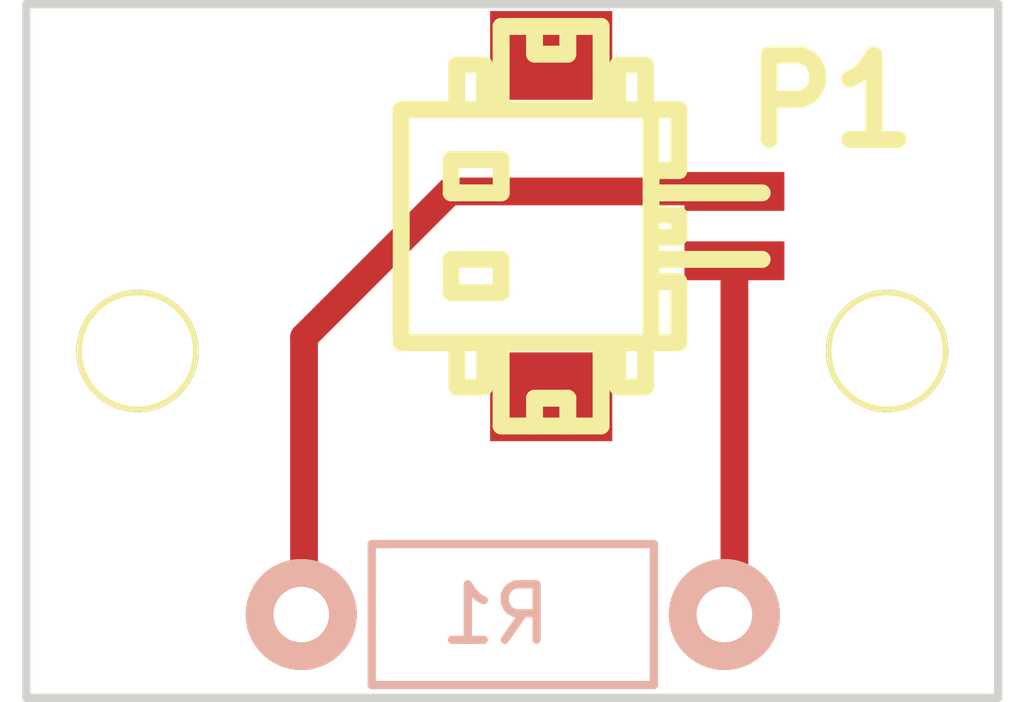
<source format=kicad_pcb>
(kicad_pcb (version 4) (host pcbnew 4.0.2-stable)

  (general
    (links 2)
    (no_connects 0)
    (area 152.924999 90.424999 170.575001 103.075001)
    (thickness 1.6)
    (drawings 4)
    (tracks 6)
    (zones 0)
    (modules 4)
    (nets 3)
  )

  (page A4)
  (layers
    (0 F.Cu signal)
    (31 B.Cu signal)
    (32 B.Adhes user)
    (33 F.Adhes user)
    (34 B.Paste user)
    (35 F.Paste user)
    (36 B.SilkS user)
    (37 F.SilkS user)
    (38 B.Mask user)
    (39 F.Mask user)
    (40 Dwgs.User user)
    (41 Cmts.User user hide)
    (42 Eco1.User user)
    (43 Eco2.User user)
    (44 Edge.Cuts user)
    (45 Margin user)
    (46 B.CrtYd user)
    (47 F.CrtYd user)
    (48 B.Fab user)
    (49 F.Fab user)
  )

  (setup
    (last_trace_width 0.4)
    (trace_clearance 0.2)
    (zone_clearance 0.508)
    (zone_45_only no)
    (trace_min 0.2)
    (segment_width 0.2)
    (edge_width 0.15)
    (via_size 0.6)
    (via_drill 0.4)
    (via_min_size 0.4)
    (via_min_drill 0.3)
    (uvia_size 0.3)
    (uvia_drill 0.1)
    (uvias_allowed no)
    (uvia_min_size 0.2)
    (uvia_min_drill 0.1)
    (pcb_text_width 0.3)
    (pcb_text_size 1.5 1.5)
    (mod_edge_width 0.15)
    (mod_text_size 1 1)
    (mod_text_width 0.15)
    (pad_size 2.2 2.2)
    (pad_drill 2)
    (pad_to_mask_clearance 0.2)
    (aux_axis_origin 0 0)
    (grid_origin 153 103)
    (visible_elements FFFFFF7F)
    (pcbplotparams
      (layerselection 0x00030_80000001)
      (usegerberextensions false)
      (excludeedgelayer true)
      (linewidth 0.100000)
      (plotframeref false)
      (viasonmask false)
      (mode 1)
      (useauxorigin false)
      (hpglpennumber 1)
      (hpglpenspeed 20)
      (hpglpendiameter 15)
      (hpglpenoverlay 2)
      (psnegative false)
      (psa4output false)
      (plotreference true)
      (plotvalue true)
      (plotinvisibletext false)
      (padsonsilk false)
      (subtractmaskfromsilk false)
      (outputformat 1)
      (mirror false)
      (drillshape 1)
      (scaleselection 1)
      (outputdirectory ""))
  )

  (net 0 "")
  (net 1 "Net-(P1-Pad1)")
  (net 2 "Net-(P1-Pad2)")

  (net_class Default "This is the default net class."
    (clearance 0.2)
    (trace_width 0.4)
    (via_dia 0.6)
    (via_drill 0.4)
    (uvia_dia 0.3)
    (uvia_drill 0.1)
    (add_net "Net-(P1-Pad1)")
    (add_net "Net-(P1-Pad2)")
  )

  (module w_conn_df13:df13a-2p-125h (layer F.Cu) (tedit 573225C2) (tstamp 5732097E)
    (at 162.25 94.5 270)
    (descr "Hirose DF13 series, DF13A-2P-1.25H")
    (path /57320F7C)
    (fp_text reference P1 (at -2.25 -5.25 540) (layer F.SilkS)
      (effects (font (thickness 0.3048)))
    )
    (fp_text value CONN_01X02 (at 0 4.09956 270) (layer F.SilkS) hide
      (effects (font (thickness 0.3048)))
    )
    (fp_line (start -0.59944 -4.0005) (end -0.59944 -1.99898) (layer F.SilkS) (width 0.3048))
    (fp_line (start 0.59944 -1.99898) (end 0.59944 -4.0005) (layer F.SilkS) (width 0.3048))
    (fp_line (start 1.00076 -2.49936) (end 1.00076 -1.99898) (layer F.SilkS) (width 0.3048))
    (fp_line (start 0.20066 -2.49936) (end 0.20066 -1.99898) (layer F.SilkS) (width 0.3048))
    (fp_line (start -0.20066 -2.49936) (end -0.20066 -1.99898) (layer F.SilkS) (width 0.3048))
    (fp_line (start -1.00076 -2.49936) (end -1.00076 -1.99898) (layer F.SilkS) (width 0.3048))
    (fp_line (start 0.20066 -2.49936) (end -0.20066 -2.49936) (layer F.SilkS) (width 0.3048))
    (fp_line (start 3.59918 0.70104) (end 2.19964 0.70104) (layer F.SilkS) (width 0.3048))
    (fp_line (start 3.10134 0.09906) (end 3.10134 -0.50038) (layer F.SilkS) (width 0.3048))
    (fp_line (start 3.60172 -0.50038) (end 3.10134 -0.50038) (layer F.SilkS) (width 0.3048))
    (fp_line (start 3.60172 0.09906) (end 3.10134 0.09906) (layer F.SilkS) (width 0.3048))
    (fp_line (start 2.90068 0.99822) (end 2.90068 1.4986) (layer F.SilkS) (width 0.3048))
    (fp_line (start 2.90068 1.4986) (end 2.10058 1.4986) (layer F.SilkS) (width 0.3048))
    (fp_line (start 2.10058 0.99822) (end 2.90068 0.99822) (layer F.SilkS) (width 0.3048))
    (fp_line (start 3.60172 -1.09982) (end 3.60172 0.70104) (layer F.SilkS) (width 0.3048))
    (fp_line (start 3.59918 -1.09982) (end 2.10058 -1.09982) (layer F.SilkS) (width 0.3048))
    (fp_line (start 2.10058 -1.89992) (end 2.90068 -1.89992) (layer F.SilkS) (width 0.3048))
    (fp_line (start 2.90068 -1.39954) (end 2.10058 -1.39954) (layer F.SilkS) (width 0.3048))
    (fp_line (start 2.90068 -1.89992) (end 2.90068 -1.39954) (layer F.SilkS) (width 0.3048))
    (fp_line (start -2.10058 1.00076) (end -2.90068 1.00076) (layer F.SilkS) (width 0.3048))
    (fp_line (start -2.90068 1.00076) (end -2.90068 1.50114) (layer F.SilkS) (width 0.3048))
    (fp_line (start -2.90068 1.50114) (end -2.10058 1.50114) (layer F.SilkS) (width 0.3048))
    (fp_line (start -2.90068 -1.89992) (end -2.90068 -1.39954) (layer F.SilkS) (width 0.3048))
    (fp_line (start -2.10058 -1.39954) (end -2.90068 -1.39954) (layer F.SilkS) (width 0.3048))
    (fp_line (start -2.90068 -1.89992) (end -2.10058 -1.89992) (layer F.SilkS) (width 0.3048))
    (fp_line (start -3.0988 0.09906) (end -3.59918 0.09906) (layer F.SilkS) (width 0.3048))
    (fp_line (start -3.0988 -0.50038) (end -3.59918 -0.50038) (layer F.SilkS) (width 0.3048))
    (fp_line (start -3.0988 0.09906) (end -3.0988 -0.50038) (layer F.SilkS) (width 0.3048))
    (fp_line (start -2.10058 -1.09982) (end -3.59918 -1.09982) (layer F.SilkS) (width 0.3048))
    (fp_line (start -3.59918 -1.09982) (end -3.59918 0.70104) (layer F.SilkS) (width 0.3048))
    (fp_line (start -3.59918 0.70104) (end -2.10058 0.70104) (layer F.SilkS) (width 0.3048))
    (fp_line (start 2.10058 -2.49936) (end 2.10058 2.49936) (layer F.SilkS) (width 0.3048))
    (fp_line (start -2.10058 2.49936) (end -2.10058 -2.49936) (layer F.SilkS) (width 0.3048))
    (fp_line (start 0.59944 0.6985) (end 1.19888 0.6985) (layer F.SilkS) (width 0.3048))
    (fp_line (start 1.19888 0.6985) (end 1.19888 1.6002) (layer F.SilkS) (width 0.3048))
    (fp_line (start 1.19888 1.6002) (end 0.59944 1.6002) (layer F.SilkS) (width 0.3048))
    (fp_line (start 0.59944 1.6002) (end 0.59944 0.6985) (layer F.SilkS) (width 0.3048))
    (fp_line (start -1.19888 1.6002) (end -0.59944 1.6002) (layer F.SilkS) (width 0.3048))
    (fp_line (start -0.59944 1.6002) (end -0.59944 0.6985) (layer F.SilkS) (width 0.3048))
    (fp_line (start -0.59944 0.6985) (end -1.19888 0.6985) (layer F.SilkS) (width 0.3048))
    (fp_line (start -1.19888 0.6985) (end -1.19888 1.6002) (layer F.SilkS) (width 0.3048))
    (fp_line (start -1.00076 -2.49936) (end -2.10058 -2.49936) (layer F.SilkS) (width 0.3048))
    (fp_line (start 2.10058 -2.49936) (end 1.00076 -2.49936) (layer F.SilkS) (width 0.3048))
    (fp_line (start 2.10058 -1.99898) (end -2.10058 -1.99898) (layer F.SilkS) (width 0.3048))
    (fp_line (start 2.10058 2.49936) (end -2.10058 2.49936) (layer F.SilkS) (width 0.3048))
    (pad 1 smd rect (at 0.62484 -3.50012 270) (size 0.70104 1.80086) (layers F.Cu F.Paste F.Mask)
      (net 1 "Net-(P1-Pad1)"))
    (pad 2 smd rect (at -0.62484 -3.50012 270) (size 0.70104 1.80086) (layers F.Cu F.Paste F.Mask)
      (net 2 "Net-(P1-Pad2)"))
    (pad "" smd rect (at -3.07594 -0.20066 270) (size 1.6002 2.19964) (layers F.Cu F.Paste F.Mask))
    (pad "" smd rect (at 3.07594 -0.20066 270) (size 1.6002 2.19964) (layers F.Cu F.Paste F.Mask))
    (model walter/conn_df13/df13a-2p-125h.wrl
      (at (xyz 0 0 0))
      (scale (xyz 1 1 1))
      (rotate (xyz 0 0 0))
    )
    (model ../../../../../../Users/jkara/Desktop/deployment/walter/conn_df13/df13a-2p-125h.wrl
      (at (xyz 0 0 0))
      (scale (xyz 1 1 1))
      (rotate (xyz 0 0 0))
    )
  )

  (module Resistors_ThroughHole:Resistor_Horizontal_RM7mm (layer B.Cu) (tedit 5732262B) (tstamp 57320984)
    (at 157.95 101.5)
    (descr "Resistor, Axial,  RM 7.62mm, 1/3W,")
    (tags "Resistor Axial RM 7.62mm 1/3W R3")
    (path /57321019)
    (fp_text reference R1 (at 3.5 0 180) (layer B.SilkS)
      (effects (font (size 1 1) (thickness 0.15)) (justify mirror))
    )
    (fp_text value 15 (at 3.75 -2.25) (layer B.Fab)
      (effects (font (size 1 1) (thickness 0.15)) (justify mirror))
    )
    (fp_line (start -1.25 1.5) (end 8.85 1.5) (layer B.CrtYd) (width 0.05))
    (fp_line (start -1.25 -1.5) (end -1.25 1.5) (layer B.CrtYd) (width 0.05))
    (fp_line (start 8.85 1.5) (end 8.85 -1.5) (layer B.CrtYd) (width 0.05))
    (fp_line (start -1.25 -1.5) (end 8.85 -1.5) (layer B.CrtYd) (width 0.05))
    (fp_line (start 1.27 1.27) (end 6.35 1.27) (layer B.SilkS) (width 0.15))
    (fp_line (start 6.35 1.27) (end 6.35 -1.27) (layer B.SilkS) (width 0.15))
    (fp_line (start 6.35 -1.27) (end 1.27 -1.27) (layer B.SilkS) (width 0.15))
    (fp_line (start 1.27 -1.27) (end 1.27 1.27) (layer B.SilkS) (width 0.15))
    (pad 1 thru_hole circle (at 0 0) (size 1.99898 1.99898) (drill 1.00076) (layers *.Cu *.SilkS *.Mask)
      (net 2 "Net-(P1-Pad2)"))
    (pad 2 thru_hole circle (at 7.62 0) (size 1.99898 1.99898) (drill 1.00076) (layers *.Cu *.SilkS *.Mask)
      (net 1 "Net-(P1-Pad1)"))
    (model ../../../../../../Users/jkara/Desktop/deployment/walter/pth_resistors/rc03.wrl
      (at (xyz 0.15 0 0.05))
      (scale (xyz 1 1 1))
      (rotate (xyz 0 0 0))
    )
  )

  (module Mounting_Holes:MountingHole_2.2mm_M2 (layer F.Cu) (tedit 573225CA) (tstamp 57322257)
    (at 155 96.75)
    (descr "Mounting Hole 2.2mm, no annular, M2")
    (tags "mounting hole 2.2mm no annular m2")
    (clearance 0.8)
    (fp_text reference REF** (at 0 -3.2) (layer F.SilkS) hide
      (effects (font (size 1 1) (thickness 0.15)))
    )
    (fp_text value MountingHole_2.2mm_M2 (at 0 3.2) (layer F.Fab) hide
      (effects (font (size 1 1) (thickness 0.15)))
    )
    (fp_circle (center 0 0) (end 2.2 0) (layer Cmts.User) (width 0.15))
    (fp_circle (center 0 0) (end 2.45 0) (layer F.CrtYd) (width 0.05))
    (pad "" np_thru_hole circle (at 0 0) (size 2.2 2.2) (drill 2) (layers *.Cu *.Mask F.SilkS))
  )

  (module Mounting_Holes:MountingHole_2.2mm_M2 (layer F.Cu) (tedit 573225C7) (tstamp 57322295)
    (at 168.5 96.75 90)
    (descr "Mounting Hole 2.2mm, no annular, M2")
    (tags "mounting hole 2.2mm no annular m2")
    (clearance 0.8)
    (fp_text reference REF** (at 0 -3.2 90) (layer F.SilkS) hide
      (effects (font (size 1 1) (thickness 0.15)))
    )
    (fp_text value MountingHole_2.2mm_M2 (at 0 3.2 90) (layer F.Fab) hide
      (effects (font (size 1 1) (thickness 0.15)))
    )
    (fp_circle (center 0 0) (end 2.2 0) (layer Cmts.User) (width 0.15))
    (fp_circle (center 0 0) (end 2.45 0) (layer F.CrtYd) (width 0.05))
    (pad "" np_thru_hole circle (at 0 0 90) (size 2.2 2.2) (drill 2) (layers *.Cu *.Mask F.SilkS))
  )

  (gr_line (start 170.5 90.5) (end 170.5 103) (angle 90) (layer Edge.Cuts) (width 0.15))
  (gr_line (start 153 90.5) (end 170.5 90.5) (angle 90) (layer Edge.Cuts) (width 0.15))
  (gr_line (start 153 103) (end 153 90.5) (angle 90) (layer Edge.Cuts) (width 0.15))
  (gr_line (start 153 103) (end 170.5 103) (angle 90) (layer Edge.Cuts) (width 0.15))

  (segment (start 165.75012 95.12484) (end 165.75012 101.36988) (width 0.5) (layer F.Cu) (net 1))
  (segment (start 165.75012 101.36988) (end 165.62 101.5) (width 0.5) (layer F.Cu) (net 1) (tstamp 5732263D))
  (segment (start 160.62484 93.87516) (end 159.250001 95.249999) (width 0.4) (layer F.Cu) (net 2))
  (segment (start 165.75012 93.87516) (end 160.62484 93.87516) (width 0.5) (layer F.Cu) (net 2))
  (segment (start 158 96.5) (end 158 101.5) (width 0.5) (layer F.Cu) (net 2) (tstamp 57322639))
  (segment (start 160.62484 93.87516) (end 158 96.5) (width 0.5) (layer F.Cu) (net 2) (tstamp 57322638))

)

</source>
